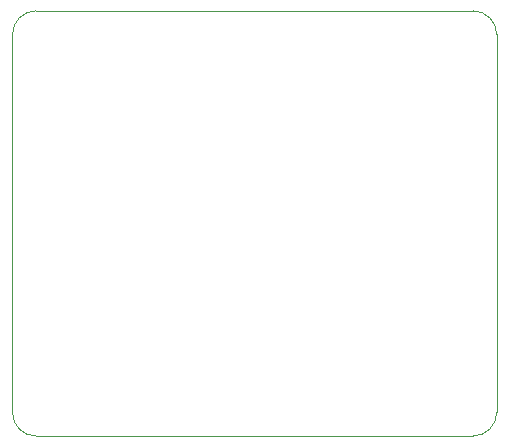
<source format=gbr>
%TF.GenerationSoftware,KiCad,Pcbnew,(5.1.7)-1*%
%TF.CreationDate,2020-11-21T17:57:00+01:00*%
%TF.ProjectId,SimpleTM32,53696d70-6c65-4544-9d33-322e6b696361,rev?*%
%TF.SameCoordinates,Original*%
%TF.FileFunction,Profile,NP*%
%FSLAX46Y46*%
G04 Gerber Fmt 4.6, Leading zero omitted, Abs format (unit mm)*
G04 Created by KiCad (PCBNEW (5.1.7)-1) date 2020-11-21 17:57:00*
%MOMM*%
%LPD*%
G01*
G04 APERTURE LIST*
%TA.AperFunction,Profile*%
%ADD10C,0.050000*%
%TD*%
G04 APERTURE END LIST*
D10*
X53000000Y-30000000D02*
G75*
G02*
X55000000Y-28000000I2000000J0D01*
G01*
X55000000Y-64000000D02*
G75*
G02*
X53000000Y-62000000I0J2000000D01*
G01*
X94000000Y-62000000D02*
G75*
G02*
X92000000Y-64000000I-2000000J0D01*
G01*
X92000000Y-28000000D02*
G75*
G02*
X94000000Y-30000000I0J-2000000D01*
G01*
X55000000Y-28000000D02*
X92000000Y-28000000D01*
X53000000Y-62000000D02*
X53000000Y-30000000D01*
X92000000Y-64000000D02*
X55000000Y-64000000D01*
X94000000Y-30000000D02*
X94000000Y-62000000D01*
M02*

</source>
